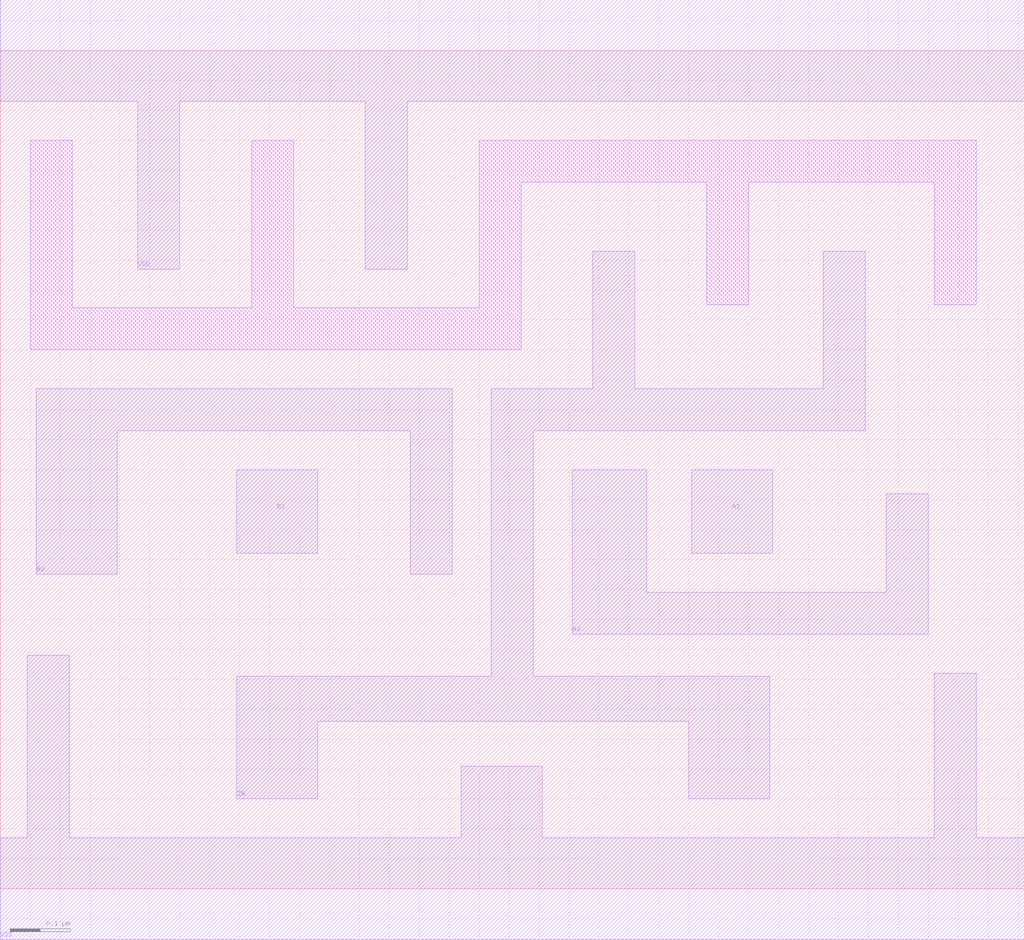
<source format=lef>
# 
# ******************************************************************************
# *                                                                            *
# *                   Copyright (C) 2004-2010, Nangate Inc.                    *
# *                           All rights reserved.                             *
# *                                                                            *
# * Nangate and the Nangate logo are trademarks of Nangate Inc.                *
# *                                                                            *
# * All trademarks, logos, software marks, and trade names (collectively the   *
# * "Marks") in this program are proprietary to Nangate or other respective    *
# * owners that have granted Nangate the right and license to use such Marks.  *
# * You are not permitted to use the Marks without the prior written consent   *
# * of Nangate or such third party that may own the Marks.                     *
# *                                                                            *
# * This file has been provided pursuant to a License Agreement containing     *
# * restrictions on its use. This file contains valuable trade secrets and     *
# * proprietary information of Nangate Inc., and is protected by U.S. and      *
# * international laws and/or treaties.                                        *
# *                                                                            *
# * The copyright notice(s) in this file does not indicate actual or intended  *
# * publication of this file.                                                  *
# *                                                                            *
# *     NGLibraryCreator, v2010.08-HR32-SP3-2010-08-05 - build 1009061800      *
# *                                                                            *
# ******************************************************************************
# 
# 
# Running on brazil06.nangate.com.br for user Giancarlo Franciscatto (gfr).
# Local time is now Fri, 3 Dec 2010, 19:32:18.
# Main process id is 27821.

VERSION 5.6 ;
BUSBITCHARS "[]" ;
DIVIDERCHAR "/" ;

MACRO AOI22_X2
  CLASS core ;
  FOREIGN AOI22_X2 0.0 0.0 ;
  ORIGIN 0 0 ;
  SYMMETRY X Y ;
  SITE FreePDK45_38x28_10R_NP_162NW_34O ;
  SIZE 1.71 BY 1.4 ;
  PIN A1
    DIRECTION INPUT ;
    ANTENNAPARTIALMETALAREA 0.0189 LAYER metal1 ;
    ANTENNAPARTIALMETALSIDEAREA 0.0715 LAYER metal1 ;
    ANTENNAGATEAREA 0.1045 ;
    PORT
      LAYER metal1 ;
        POLYGON 1.155 0.56 1.29 0.56 1.29 0.7 1.155 0.7  ;
    END
  END A1
  PIN A2
    DIRECTION INPUT ;
    ANTENNAPARTIALMETALAREA 0.078825 LAYER metal1 ;
    ANTENNAPARTIALMETALSIDEAREA 0.2691 LAYER metal1 ;
    ANTENNAGATEAREA 0.1045 ;
    PORT
      LAYER metal1 ;
        POLYGON 0.955 0.425 1.55 0.425 1.55 0.66 1.48 0.66 1.48 0.495 1.08 0.495 1.08 0.7 0.955 0.7  ;
    END
  END A2
  PIN B1
    DIRECTION INPUT ;
    ANTENNAPARTIALMETALAREA 0.0189 LAYER metal1 ;
    ANTENNAPARTIALMETALSIDEAREA 0.0715 LAYER metal1 ;
    ANTENNAGATEAREA 0.1045 ;
    PORT
      LAYER metal1 ;
        POLYGON 0.395 0.56 0.53 0.56 0.53 0.7 0.395 0.7  ;
    END
  END B1
  PIN B2
    DIRECTION INPUT ;
    ANTENNAPARTIALMETALAREA 0.09785 LAYER metal1 ;
    ANTENNAPARTIALMETALSIDEAREA 0.3237 LAYER metal1 ;
    ANTENNAGATEAREA 0.1045 ;
    PORT
      LAYER metal1 ;
        POLYGON 0.06 0.525 0.195 0.525 0.195 0.765 0.685 0.765 0.685 0.525 0.755 0.525 0.755 0.835 0.06 0.835  ;
    END
  END B2
  PIN ZN
    DIRECTION OUTPUT ;
    ANTENNAPARTIALMETALAREA 0.2065 LAYER metal1 ;
    ANTENNAPARTIALMETALSIDEAREA 0.7072 LAYER metal1 ;
    ANTENNADIFFAREA 0.2926 ;
    PORT
      LAYER metal1 ;
        POLYGON 0.89 0.765 1.445 0.765 1.445 1.065 1.375 1.065 1.375 0.835 1.06 0.835 1.06 1.065 0.99 1.065 0.99 0.835 0.82 0.835 0.82 0.355 0.395 0.355 0.395 0.15 0.53 0.15 0.53 0.28 1.15 0.28 1.15 0.15 1.285 0.15 1.285 0.355 0.89 0.355  ;
    END
  END ZN
  PIN VDD
    DIRECTION INOUT ;
    USE power ;
    SHAPE ABUTMENT ;
    PORT
      LAYER metal1 ;
        POLYGON 0 1.315 0.23 1.315 0.23 1.035 0.3 1.035 0.3 1.315 0.61 1.315 0.61 1.035 0.68 1.035 0.68 1.315 1.63 1.315 1.71 1.315 1.71 1.485 1.63 1.485 0 1.485  ;
    END
  END VDD
  PIN VSS
    DIRECTION INOUT ;
    USE ground ;
    SHAPE ABUTMENT ;
    PORT
      LAYER metal1 ;
        POLYGON 0 -0.085 1.71 -0.085 1.71 0.085 1.63 0.085 1.63 0.36 1.56 0.36 1.56 0.085 0.905 0.085 0.905 0.205 0.77 0.205 0.77 0.085 0.115 0.085 0.115 0.39 0.045 0.39 0.045 0.085 0 0.085  ;
    END
  END VSS
  OBS
      LAYER metal1 ;
        POLYGON 0.05 0.9 0.87 0.9 0.87 1.18 1.18 1.18 1.18 0.975 1.25 0.975 1.25 1.18 1.56 1.18 1.56 0.975 1.63 0.975 1.63 1.25 0.8 1.25 0.8 0.97 0.49 0.97 0.49 1.25 0.42 1.25 0.42 0.97 0.12 0.97 0.12 1.25 0.05 1.25  ;
  END
END AOI22_X2

END LIBRARY
#
# End of file
#

</source>
